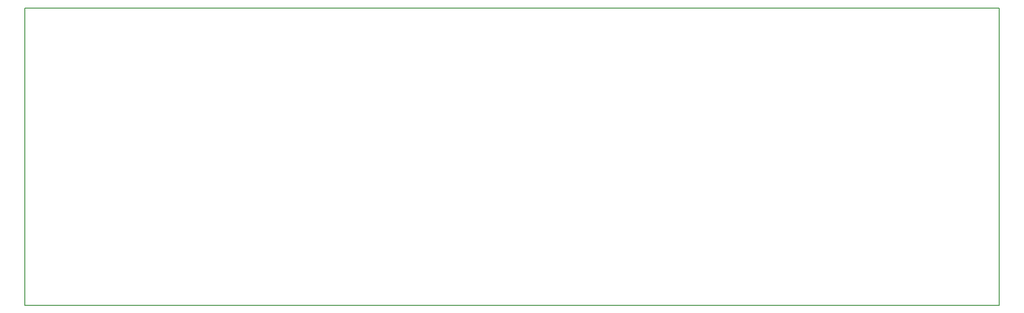
<source format=gbr>
G04 #@! TF.GenerationSoftware,KiCad,Pcbnew,(5.1.4)-1*
G04 #@! TF.CreationDate,2020-02-10T21:29:40-05:00*
G04 #@! TF.ProjectId,xmas,786d6173-2e6b-4696-9361-645f70636258,rev?*
G04 #@! TF.SameCoordinates,Original*
G04 #@! TF.FileFunction,Profile,NP*
%FSLAX46Y46*%
G04 Gerber Fmt 4.6, Leading zero omitted, Abs format (unit mm)*
G04 Created by KiCad (PCBNEW (5.1.4)-1) date 2020-02-10 21:29:40*
%MOMM*%
%LPD*%
G04 APERTURE LIST*
%ADD10C,0.150000*%
G04 APERTURE END LIST*
D10*
X200660000Y-106680000D02*
X200660000Y-50800000D01*
X17780000Y-106680000D02*
X200660000Y-106680000D01*
X17780000Y-50800000D02*
X17780000Y-106680000D01*
X200660000Y-50800000D02*
X17780000Y-50800000D01*
M02*

</source>
